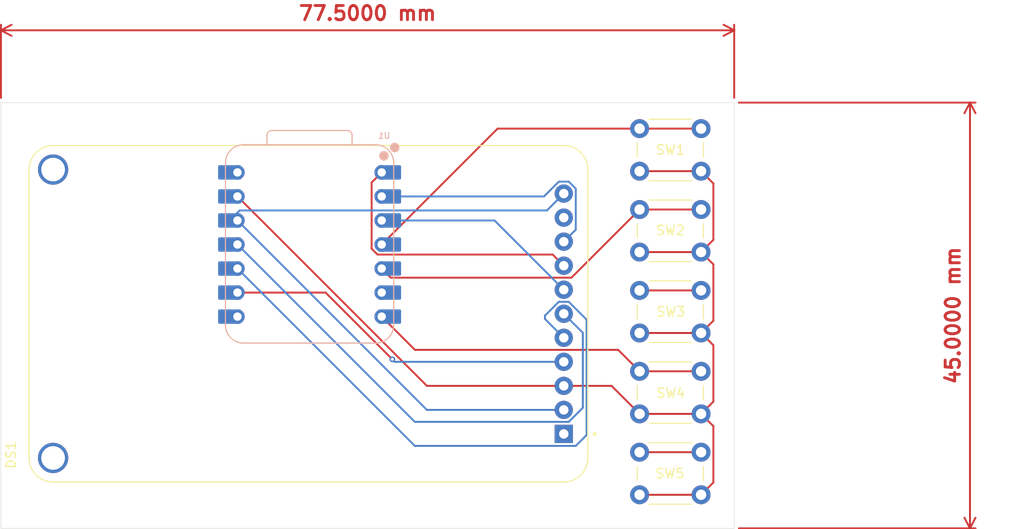
<source format=kicad_pcb>
(kicad_pcb (version 20240108) (generator "pcbnew") (generator_version "8.0")
  (layers (0 "F.Cu" signal) (31 "B.Cu" signal) (34 "B.Paste" user) (35 "F.Paste" user) (36 "B.SilkS" user "B.Silkscreen") (37 "F.SilkS" user "F.Silkscreen") (38 "B.Mask" user) (39 "F.Mask" user) (44 "Edge.Cuts" user))
  (net 0 "")
  (net 1 "GND")
  (net 2 "+3V3")
  (net 3 "GP4")
  (net 6 "MISO")
  (net 7 "GP2")
  (net 8 "SCK")
  (net 9 "MOSI")
  (net 10 "GP3")
  (net 11 "GP5")
  (net 12 "GP6")
  (net 13 "GP7")
  (net 14 "GP21")
  (net 15 "GP20")
  (footprint "Button_Switch_THT:SW_PUSH_6mm_H4.3mm" (layer "F.Cu") (at 115 78.4)
    (property "Reference" "SW4" (at 3.3 2.3 0) (layer "F.SilkS"))
    (property "Value" "SW_Push")
    (fp_line (start -0.25 1.5) (end -0.25 3) (stroke (width 0.12)) (layer "F.SilkS"))
    (fp_line (start 1 5.5) (end 5.5 5.5) (stroke (width 0.12)) (layer "F.SilkS"))
    (fp_line (start 5.5 -1) (end 1 -1) (stroke (width 0.12)) (layer "F.SilkS"))
    (fp_line (start 6.75 3) (end 6.75 1.5) (stroke (width 0.12)) (layer "F.SilkS"))
    (pad "1" thru_hole circle (at 0 0 90) (size 2 2) (drill 1.1) (layers "*.Cu" "*.Mask") (net 14 "GP21"))
    (pad "1" thru_hole circle (at 6.5 0 90) (size 2 2) (drill 1.1) (layers "*.Cu" "*.Mask") (net 14 "GP21"))
    (pad "2" thru_hole circle (at 0 4.5 90) (size 2 2) (drill 1.1) (layers "*.Cu" "*.Mask") (net 1 "GND"))
    (pad "2" thru_hole circle (at 6.5 4.5 90) (size 2 2) (drill 1.1) (layers "*.Cu" "*.Mask") (net 1 "GND"))
  )
  (footprint "Adafruit 4311 Footprint & Symbol:MODULE_4311" (layer "F.Cu") (at 80 72.318 90)
    (property "Reference" "DS1" (at -14.9225 -31.4325 90) (layer "F.SilkS"))
    (property "Value" "4311")
    (fp_line (start 15.24 -29.5275) (end -15.24 -29.5275) (stroke (width 0.127)) (layer "F.SilkS"))
    (fp_line (start -17.78 -26.9875) (end -17.78 26.9875) (stroke (width 0.127)) (layer "F.SilkS"))
    (fp_line (start 17.78 26.9875) (end 17.78 -26.9875) (stroke (width 0.127)) (layer "F.SilkS"))
    (fp_line (start -15.24 29.5275) (end 15.24 29.5275) (stroke (width 0.127)) (layer "F.SilkS"))
    (fp_arc (start 15.24 -29.5275) (mid 17.036051 -28.783551) (end 17.78 -26.9875) (stroke (width 0.127)) (layer "F.SilkS"))
    (fp_arc (start -17.78 -26.9875) (mid -17.036051 -28.783551) (end -15.24 -29.5275) (stroke (width 0.127)) (layer "F.SilkS"))
    (fp_arc (start 17.78 26.9875) (mid 17.036051 28.783551) (end 15.24 29.5275) (stroke (width 0.127)) (layer "F.SilkS"))
    (fp_arc (start -15.24 29.5275) (mid -17.036051 28.783551) (end -17.78 26.9875) (stroke (width 0.127)) (layer "F.SilkS"))
    (fp_circle (center -12.7 30.25) (end -12.6 30.25) (stroke (width 0.2)) (fill none) (layer "F.SilkS"))
    (pad "1" thru_hole rect (at -12.7 26.9875 90) (size 1.9304 1.9304) (drill 1) (layers "*.Cu" "*.Mask"))
    (pad "2" thru_hole circle (at -10.16 26.9875 90) (size 1.9304 1.9304) (drill 1) (layers "*.Cu" "*.Mask") (net 2 "+3V3"))
    (pad "3" thru_hole circle (at -7.62 26.9875 90) (size 1.9304 1.9304) (drill 1) (layers "*.Cu" "*.Mask") (net 1 "GND"))
    (pad "4" thru_hole circle (at -5.08 26.9875 90) (size 1.9304 1.9304) (drill 1) (layers "*.Cu" "*.Mask") (net 8 "SCK"))
    (pad "5" thru_hole circle (at -2.54 26.9875 90) (size 1.9304 1.9304) (drill 1) (layers "*.Cu" "*.Mask") (net 6 "MISO"))
    (pad "6" thru_hole circle (at 0 26.9875 90) (size 1.9304 1.9304) (drill 1) (layers "*.Cu" "*.Mask") (net 9 "MOSI"))
    (pad "7" thru_hole circle (at 2.54 26.9875 90) (size 1.9304 1.9304) (drill 1) (layers "*.Cu" "*.Mask") (net 3 "GP4"))
    (pad "8" thru_hole circle (at 5.08 26.9875 90) (size 1.9304 1.9304) (drill 1) (layers "*.Cu" "*.Mask") (net 7 "GP2"))
    (pad "9" thru_hole circle (at 7.62 26.9875 90) (size 1.9304 1.9304) (drill 1) (layers "*.Cu" "*.Mask") (net 10 "GP3"))
    (pad "10" thru_hole circle (at 10.16 26.9875 90) (size 1.9304 1.9304) (drill 1) (layers "*.Cu" "*.Mask"))
    (pad "11" thru_hole circle (at 12.7 26.9875 90) (size 1.9304 1.9304) (drill 1) (layers "*.Cu" "*.Mask") (net 2 "+3V3"))
    (pad "SH1" thru_hole circle (at -15.24 -26.9875 90) (size 3.2 3.2) (drill 2.5) (layers "*.Cu" "*.Mask"))
    (pad "SH2" thru_hole circle (at 15.24 -26.9875 90) (size 3.2 3.2) (drill 2.5) (layers "*.Cu" "*.Mask"))
  )
  (footprint "Button_Switch_THT:SW_PUSH_6mm_H4.3mm" (layer "F.Cu") (at 115 69.85)
    (property "Reference" "SW3" (at 3.3 2.25 0) (layer "F.SilkS"))
    (property "Value" "SW_Push")
    (fp_line (start -0.25 1.5) (end -0.25 3) (stroke (width 0.12)) (layer "F.SilkS"))
    (fp_line (start 1 5.5) (end 5.5 5.5) (stroke (width 0.12)) (layer "F.SilkS"))
    (fp_line (start 5.5 -1) (end 1 -1) (stroke (width 0.12)) (layer "F.SilkS"))
    (fp_line (start 6.75 3) (end 6.75 1.5) (stroke (width 0.12)) (layer "F.SilkS"))
    (pad "1" thru_hole circle (at 0 0 90) (size 2 2) (drill 1.1) (layers "*.Cu" "*.Mask") (net 13 "GP7"))
    (pad "1" thru_hole circle (at 6.5 0 90) (size 2 2) (drill 1.1) (layers "*.Cu" "*.Mask") (net 13 "GP7"))
    (pad "2" thru_hole circle (at 0 4.5 90) (size 2 2) (drill 1.1) (layers "*.Cu" "*.Mask") (net 1 "GND"))
    (pad "2" thru_hole circle (at 6.5 4.5 90) (size 2 2) (drill 1.1) (layers "*.Cu" "*.Mask") (net 1 "GND"))
  )
  (footprint "Button_Switch_THT:SW_PUSH_6mm_H4.3mm" (layer "F.Cu") (at 115 86.95)
    (property "Reference" "SW5" (at 3.2 2.25 0) (layer "F.SilkS"))
    (property "Value" "SW_Push")
    (fp_line (start -0.25 1.5) (end -0.25 3) (stroke (width 0.12)) (layer "F.SilkS"))
    (fp_line (start 1 5.5) (end 5.5 5.5) (stroke (width 0.12)) (layer "F.SilkS"))
    (fp_line (start 5.5 -1) (end 1 -1) (stroke (width 0.12)) (layer "F.SilkS"))
    (fp_line (start 6.75 3) (end 6.75 1.5) (stroke (width 0.12)) (layer "F.SilkS"))
    (pad "1" thru_hole circle (at 0 0 90) (size 2 2) (drill 1.1) (layers "*.Cu" "*.Mask") (net 15 "GP20"))
    (pad "1" thru_hole circle (at 6.5 0 90) (size 2 2) (drill 1.1) (layers "*.Cu" "*.Mask") (net 15 "GP20"))
    (pad "2" thru_hole circle (at 0 4.5 90) (size 2 2) (drill 1.1) (layers "*.Cu" "*.Mask") (net 1 "GND"))
    (pad "2" thru_hole circle (at 6.5 4.5 90) (size 2 2) (drill 1.1) (layers "*.Cu" "*.Mask") (net 1 "GND"))
  )
  (footprint "Button_Switch_THT:SW_PUSH_6mm_H4.3mm" (layer "F.Cu") (at 115 61.3)
    (property "Reference" "SW2" (at 3.25 2.2 0) (layer "F.SilkS"))
    (property "Value" "SW_Push")
    (fp_line (start -0.25 1.5) (end -0.25 3) (stroke (width 0.12)) (layer "F.SilkS"))
    (fp_line (start 1 5.5) (end 5.5 5.5) (stroke (width 0.12)) (layer "F.SilkS"))
    (fp_line (start 5.5 -1) (end 1 -1) (stroke (width 0.12)) (layer "F.SilkS"))
    (fp_line (start 6.75 3) (end 6.75 1.5) (stroke (width 0.12)) (layer "F.SilkS"))
    (pad "1" thru_hole circle (at 0 0 90) (size 2 2) (drill 1.1) (layers "*.Cu" "*.Mask") (net 12 "GP6"))
    (pad "1" thru_hole circle (at 6.5 0 90) (size 2 2) (drill 1.1) (layers "*.Cu" "*.Mask") (net 12 "GP6"))
    (pad "2" thru_hole circle (at 0 4.5 90) (size 2 2) (drill 1.1) (layers "*.Cu" "*.Mask") (net 1 "GND"))
    (pad "2" thru_hole circle (at 6.5 4.5 90) (size 2 2) (drill 1.1) (layers "*.Cu" "*.Mask") (net 1 "GND"))
  )
  (footprint "Button_Switch_THT:SW_PUSH_6mm_H4.3mm" (layer "F.Cu") (at 115 52.75)
    (property "Reference" "SW1" (at 3.25 2.25 0) (layer "F.SilkS"))
    (property "Value" "SW_Push")
    (fp_line (start -0.25 1.5) (end -0.25 3) (stroke (width 0.12)) (layer "F.SilkS"))
    (fp_line (start 1 5.5) (end 5.5 5.5) (stroke (width 0.12)) (layer "F.SilkS"))
    (fp_line (start 5.5 -1) (end 1 -1) (stroke (width 0.12)) (layer "F.SilkS"))
    (fp_line (start 6.75 3) (end 6.75 1.5) (stroke (width 0.12)) (layer "F.SilkS"))
    (pad "1" thru_hole circle (at 0 0 90) (size 2 2) (drill 1.1) (layers "*.Cu" "*.Mask") (net 11 "GP5"))
    (pad "1" thru_hole circle (at 6.5 0 90) (size 2 2) (drill 1.1) (layers "*.Cu" "*.Mask") (net 11 "GP5"))
    (pad "2" thru_hole circle (at 0 4.5 90) (size 2 2) (drill 1.1) (layers "*.Cu" "*.Mask") (net 1 "GND"))
    (pad "2" thru_hole circle (at 6.5 4.5 90) (size 2 2) (drill 1.1) (layers "*.Cu" "*.Mask") (net 1 "GND"))
  )
  (footprint "XIAO:XIAO-ESP32C3-DIP" (layer "B.Cu") (at 80 65 180)
    (property "Reference" "U1" (at -8 11.5 0) (layer "B.SilkS") (effects (font (size 0.635 0.635) (thickness 0.1016)) (justify mirror)))
    (property "Value" "XIAO-ESP32-C3-DIP")
    (fp_line (start 8.77 8.636) (end 8.77 -8.509) (stroke (width 0.127)) (layer "B.SilkS"))
    (fp_line (start 6.865 -10.414) (end -7.105 -10.414) (stroke (width 0.127)) (layer "B.SilkS"))
    (fp_line (start 4.384 10.541) (end 4.384 11.551) (stroke (width 0.127)) (layer "B.SilkS"))
    (fp_line (start 3.884 12.051) (end -4.111272 12.051) (stroke (width 0.127)) (layer "B.SilkS"))
    (fp_line (start -4.611272 11.551272) (end -4.615 10.541) (stroke (width 0.127)) (layer "B.SilkS"))
    (fp_line (start -7.105 10.541) (end 6.865 10.541) (stroke (width 0.1)) (layer "B.SilkS"))
    (fp_line (start -7.105 10.541) (end 6.865 10.541) (stroke (width 0.127)) (layer "B.SilkS"))
    (fp_line (start -9.01 8.636) (end -9.01 -8.509) (stroke (width 0.127)) (layer "B.SilkS"))
    (fp_arc (start 8.77 8.636) (mid 8.212038 9.983038) (end 6.865 10.541) (stroke (width 0.127)) (layer "B.SilkS"))
    (fp_arc (start 6.865 -10.414) (mid 8.212038 -9.856038) (end 8.77 -8.509) (stroke (width 0.127)) (layer "B.SilkS"))
    (fp_arc (start 4.384 11.551) (mid 4.237553 11.904553) (end 3.884 12.051) (stroke (width 0.127)) (layer "B.SilkS"))
    (fp_arc (start -4.111272 12.051) (mid -4.464724 11.904644) (end -4.611272 11.551272) (stroke (width 0.127)) (layer "B.SilkS"))
    (fp_arc (start -7.105 10.541) (mid -8.452038 9.983038) (end -9.01 8.636) (stroke (width 0.127)) (layer "B.SilkS"))
    (fp_arc (start -9.01 -8.509) (mid -8.452038 -9.856038) (end -7.105 -10.414) (stroke (width 0.127)) (layer "B.SilkS"))
    (fp_circle (center -7.977 9.37) (end -7.977 9.624) (stroke (width 0.5)) (fill solid) (layer "B.SilkS"))
    (fp_circle (center -9.12 10.25) (end -9.12 10.504) (stroke (width 0.5)) (fill solid) (layer "B.SilkS"))
    (pad "1" smd roundrect (at -8.575 7.62) (size 2.432 1.524) (layers "B.Cu" "B.Mask") (roundrect_rratio 0.1) (net 7 "GP2"))
    (pad "1" thru_hole circle (at -7.74 7.62) (size 1.524 1.524) (drill 0.889) (layers "*.Cu" "*.Mask") (net 7 "GP2"))
    (pad "2" smd roundrect (at -8.575 5.08) (size 2.432 1.524) (layers "B.Cu" "B.Mask") (roundrect_rratio 0.1) (net 10 "GP3"))
    (pad "2" thru_hole circle (at -7.74 5.08) (size 1.524 1.524) (drill 0.889) (layers "*.Cu" "*.Mask") (net 10 "GP3"))
    (pad "3" smd roundrect (at -8.575 2.54) (size 2.432 1.524) (layers "B.Cu" "B.Mask") (roundrect_rratio 0.1) (net 3 "GP4"))
    (pad "3" thru_hole circle (at -7.74 2.54) (size 1.524 1.524) (drill 0.889) (layers "*.Cu" "*.Mask") (net 3 "GP4"))
    (pad "4" smd roundrect (at -8.575 0) (size 2.432 1.524) (layers "B.Cu" "B.Mask") (roundrect_rratio 0.1) (net 11 "GP5"))
    (pad "4" thru_hole circle (at -7.74 0) (size 1.524 1.524) (drill 0.889) (layers "*.Cu" "*.Mask") (net 11 "GP5"))
    (pad "5" smd roundrect (at -8.575 -2.54) (size 2.432 1.524) (layers "B.Cu" "B.Mask") (roundrect_rratio 0.1) (net 12 "GP6"))
    (pad "5" thru_hole circle (at -7.74 -2.54) (size 1.524 1.524) (drill 0.889) (layers "*.Cu" "*.Mask") (net 12 "GP6"))
    (pad "6" smd roundrect (at -8.575 -5.08) (size 2.432 1.524) (layers "B.Cu" "B.Mask") (roundrect_rratio 0.1) (net 13 "GP7"))
    (pad "6" thru_hole circle (at -7.74 -5.08) (size 1.524 1.524) (drill 0.889) (layers "*.Cu" "*.Mask") (net 13 "GP7"))
    (pad "7" smd roundrect (at -8.575 -7.62) (size 2.432 1.524) (layers "B.Cu" "B.Mask") (roundrect_rratio 0.1) (net 14 "GP21"))
    (pad "7" thru_hole circle (at -7.74 -7.62) (size 1.524 1.524) (drill 0.889) (layers "*.Cu" "*.Mask") (net 14 "GP21"))
    (pad "8" thru_hole circle (at 7.5 -7.62 180) (size 1.524 1.524) (drill 0.889) (layers "*.Cu" "*.Mask") (net 15 "GP20"))
    (pad "8" smd roundrect (at 8.335 -7.62 180) (size 2.432 1.524) (layers "B.Cu" "B.Mask") (roundrect_rratio 0.1) (net 15 "GP20"))
    (pad "9" thru_hole circle (at 7.5 -5.08 180) (size 1.524 1.524) (drill 0.889) (layers "*.Cu" "*.Mask") (net 8 "SCK"))
    (pad "9" smd roundrect (at 8.335 -5.08 180) (size 2.432 1.524) (layers "B.Cu" "B.Mask") (roundrect_rratio 0.1) (net 8 "SCK"))
    (pad "10" thru_hole circle (at 7.5 -2.54 180) (size 1.524 1.524) (drill 0.889) (layers "*.Cu" "*.Mask") (net 6 "MISO"))
    (pad "10" smd roundrect (at 8.335 -2.54 180) (size 2.432 1.524) (layers "B.Cu" "B.Mask") (roundrect_rratio 0.1) (net 6 "MISO"))
    (pad "11" thru_hole circle (at 7.5 0 180) (size 1.524 1.524) (drill 0.889) (layers "*.Cu" "*.Mask") (net 9 "MOSI"))
    (pad "11" smd roundrect (at 8.335 0 180) (size 2.432 1.524) (layers "B.Cu" "B.Mask") (roundrect_rratio 0.1) (net 9 "MOSI"))
    (pad "12" thru_hole circle (at 7.5 2.54 180) (size 1.524 1.524) (drill 0.889) (layers "*.Cu" "*.Mask") (net 2 "+3V3"))
    (pad "12" smd roundrect (at 8.335 2.54 180) (size 2.432 1.524) (layers "B.Cu" "B.Mask") (roundrect_rratio 0.1) (net 2 "+3V3"))
    (pad "13" thru_hole circle (at 7.5 5.08 180) (size 1.524 1.524) (drill 0.889) (layers "*.Cu" "*.Mask") (net 1 "GND"))
    (pad "13" smd roundrect (at 8.335 5.08 180) (size 2.432 1.524) (layers "B.Cu" "B.Mask") (roundrect_rratio 0.1) (net 1 "GND"))
    (pad "14" thru_hole circle (at 7.5 7.62 180) (size 1.524 1.524) (drill 0.889) (layers "*.Cu" "*.Mask"))
    (pad "14" smd roundrect (at 8.335 7.62 180) (size 2.432 1.524) (layers "B.Cu" "B.Mask") (roundrect_rratio 0.1))
  )
  (gr_rect (start 47.5 50) (end 125 95) (stroke (width 0.05)) (fill none) (layer "Edge.Cuts"))
  (dimension (type aligned) (layer "F.Cu") (pts (xy 47.5 50) (xy 125 50)) (height -7.64) (gr_text "77.5000 mm" (at 86.25 40.56 0) (layer "F.Cu") (effects (font (size 1.5 1.5) (thickness 0.3)))) (format (prefix "") (suffix "") (units 3) (units_format 1) (precision 4)) (style (thickness 0.2) (arrow_length 1.27) (text_position_mode 0) (extension_height 0.58642) (extension_offset 0.5) keep_text_aligned))
  (dimension (type aligned) (layer "F.Cu") (pts (xy 125 50) (xy 125 95)) (height -24.92) (gr_text "45.0000 mm" (at 148.12 72.5 90) (layer "F.Cu") (effects (font (size 1.5 1.5) (thickness 0.3)))) (format (prefix "") (suffix "") (units 3) (units_format 1) (precision 4)) (style (thickness 0.2) (arrow_length 1.27) (text_position_mode 0) (extension_height 0.58642) (extension_offset 0.5) keep_text_aligned))
  (segment (start 122.8 75.65) (end 122.8 81.6) (width 0.2) (layer "F.Cu") (net 1))
  (segment (start 92.518 79.938) (end 106.9875 79.938) (width 0.2) (layer "F.Cu") (net 1))
  (segment (start 122.8 90.15) (end 121.5 91.45) (width 0.2) (layer "F.Cu") (net 1))
  (segment (start 121.5 65.8) (end 122.8 67.1) (width 0.2) (layer "F.Cu") (net 1))
  (segment (start 115 82.9) (end 121.5 82.9) (width 0.2) (layer "F.Cu") (net 1))
  (segment (start 121.5 74.35) (end 122.8 75.65) (width 0.2) (layer "F.Cu") (net 1))
  (segment (start 115 65.8) (end 121.5 65.8) (width 0.2) (layer "F.Cu") (net 1))
  (segment (start 115 91.45) (end 121.5 91.45) (width 0.2) (layer "F.Cu") (net 1))
  (segment (start 115 74.35) (end 121.5 74.35) (width 0.2) (layer "F.Cu") (net 1))
  (segment (start 112.038 79.938) (end 115 82.9) (width 0.2) (layer "F.Cu") (net 1))
  (segment (start 72.5 59.92) (end 92.518 79.938) (width 0.2) (layer "F.Cu") (net 1))
  (segment (start 121.5 82.9) (end 122.8 84.2) (width 0.2) (layer "F.Cu") (net 1))
  (segment (start 122.8 73.05) (end 121.5 74.35) (width 0.2) (layer "F.Cu") (net 1))
  (segment (start 122.8 84.2) (end 122.8 90.15) (width 0.2) (layer "F.Cu") (net 1))
  (segment (start 122.8 64.5) (end 121.5 65.8) (width 0.2) (layer "F.Cu") (net 1))
  (segment (start 122.8 81.6) (end 121.5 82.9) (width 0.2) (layer "F.Cu") (net 1))
  (segment (start 122.8 58.55) (end 122.8 64.5) (width 0.2) (layer "F.Cu") (net 1))
  (segment (start 115 57.25) (end 121.5 57.25) (width 0.2) (layer "F.Cu") (net 1))
  (segment (start 121.5 57.25) (end 122.8 58.55) (width 0.2) (layer "F.Cu") (net 1))
  (segment (start 106.9875 79.938) (end 112.038 79.938) (width 0.2) (layer "F.Cu") (net 1))
  (segment (start 122.8 67.1) (end 122.8 73.05) (width 0.2) (layer "F.Cu") (net 1))
  (segment (start 106.9875 59.618) (end 105.2075 61.398) (width 0.2) (layer "B.Cu") (net 2))
  (segment (start 72.5 62.46) (end 92.518 82.478) (width 0.2) (layer "B.Cu") (net 2))
  (segment (start 72.727 61.398) (end 71.665 62.46) (width 0.2) (layer "B.Cu") (net 2))
  (segment (start 92.518 82.478) (end 106.9875 82.478) (width 0.2) (layer "B.Cu") (net 2))
  (segment (start 105.2075 61.398) (end 72.727 61.398) (width 0.2) (layer "B.Cu") (net 2))
  (segment (start 88.575 62.46) (end 99.6695 62.46) (width 0.2) (layer "B.Cu") (net 3))
  (segment (start 99.6695 62.46) (end 106.9875 69.778) (width 0.2) (layer "B.Cu") (net 3))
  (segment (start 105 72.516237) (end 105 72.8705) (width 0.2) (layer "B.Cu") (net 6))
  (segment (start 108.2527 86.2832) (end 109.4 85.1359) (width 0.2) (layer "B.Cu") (net 6))
  (segment (start 105 72.8705) (end 106.9875 74.858) (width 0.2) (layer "B.Cu") (net 6))
  (segment (start 109.4 72.941237) (end 107.511563 71.0528) (width 0.2) (layer "B.Cu") (net 6))
  (segment (start 91.2432 86.2832) (end 108.2527 86.2832) (width 0.2) (layer "B.Cu") (net 6))
  (segment (start 109.4 85.1359) (end 109.4 72.941237) (width 0.2) (layer "B.Cu") (net 6))
  (segment (start 72.5 67.54) (end 91.2432 86.2832) (width 0.2) (layer "B.Cu") (net 6))
  (segment (start 106.463437 71.0528) (end 105 72.516237) (width 0.2) (layer "B.Cu") (net 6))
  (segment (start 107.511563 71.0528) (end 106.463437 71.0528) (width 0.2) (layer "B.Cu") (net 6))
  (segment (start 86.678 58.442) (end 86.678 65.439895) (width 0.2) (layer "F.Cu") (net 7))
  (segment (start 105.8115 66.062) (end 106.9875 67.238) (width 0.2) (layer "F.Cu") (net 7))
  (segment (start 87.74 57.38) (end 86.678 58.442) (width 0.2) (layer "F.Cu") (net 7))
  (segment (start 87.300105 66.062) (end 105.8115 66.062) (width 0.2) (layer "F.Cu") (net 7))
  (segment (start 86.678 65.439895) (end 87.300105 66.062) (width 0.2) (layer "F.Cu") (net 7))
  (segment (start 72.5 70.08) (end 81.81147 70.08) (width 0.2) (layer "F.Cu") (net 8))
  (segment (start 81.81147 70.08) (end 88.865735 77.134265) (width 0.2) (layer "F.Cu") (net 8))
  (via (at 88.865735 77.134265) (size 0.6) (drill 0.3) (layers "F.Cu" "B.Cu") (net 8))
  (segment (start 89.12947 77.398) (end 106.9875 77.398) (width 0.2) (layer "B.Cu") (net 8))
  (segment (start 88.865735 77.134265) (end 89.12947 77.398) (width 0.2) (layer "B.Cu") (net 8))
  (segment (start 107.511563 83.7432) (end 109 82.254763) (width 0.2) (layer "B.Cu") (net 9))
  (segment (start 91.2432 83.7432) (end 107.511563 83.7432) (width 0.2) (layer "B.Cu") (net 9))
  (segment (start 109 74.3305) (end 106.9875 72.318) (width 0.2) (layer "B.Cu") (net 9))
  (segment (start 109 82.254763) (end 109 74.3305) (width 0.2) (layer "B.Cu") (net 9))
  (segment (start 72.5 65) (end 91.2432 83.7432) (width 0.2) (layer "B.Cu") (net 9))
  (segment (start 106.463437 58.3528) (end 107.511563 58.3528) (width 0.2) (layer "B.Cu") (net 10))
  (segment (start 108.2527 63.4328) (end 106.9875 64.698) (width 0.2) (layer "B.Cu") (net 10))
  (segment (start 108.2527 59.093937) (end 108.2527 63.4328) (width 0.2) (layer "B.Cu") (net 10))
  (segment (start 104.896237 59.92) (end 106.463437 58.3528) (width 0.2) (layer "B.Cu") (net 10))
  (segment (start 87.74 59.92) (end 104.896237 59.92) (width 0.2) (layer "B.Cu") (net 10))
  (segment (start 107.511563 58.3528) (end 108.2527 59.093937) (width 0.2) (layer "B.Cu") (net 10))
  (segment (start 87.74 65) (end 99.99 52.75) (width 0.2) (layer "F.Cu") (net 11))
  (segment (start 115 52.75) (end 121.5 52.75) (width 0.2) (layer "F.Cu") (net 11))
  (segment (start 99.99 52.75) (end 115 52.75) (width 0.2) (layer "F.Cu") (net 11))
  (segment (start 88.7032 68.5032) (end 87.74 67.54) (width 0.2) (layer "F.Cu") (net 12))
  (segment (start 121.5 61.3) (end 115 61.3) (width 0.2) (layer "F.Cu") (net 12))
  (segment (start 107.7968 68.5032) (end 88.7032 68.5032) (width 0.2) (layer "F.Cu") (net 12))
  (segment (start 115 61.3) (end 107.7968 68.5032) (width 0.2) (layer "F.Cu") (net 12))
  (segment (start 115 69.85) (end 121.5 69.85) (width 0.2) (layer "F.Cu") (net 13))
  (segment (start 91.2528 76.1328) (end 112.7328 76.1328) (width 0.2) (layer "F.Cu") (net 14))
  (segment (start 121.5 78.4) (end 115 78.4) (width 0.2) (layer "F.Cu") (net 14))
  (segment (start 112.7328 76.1328) (end 115 78.4) (width 0.2) (layer "F.Cu") (net 14))
  (segment (start 87.74 72.62) (end 91.2528 76.1328) (width 0.2) (layer "F.Cu") (net 14))
  (segment (start 121.5 86.95) (end 115 86.95) (width 0.2) (layer "F.Cu") (net 15))
)
</source>
